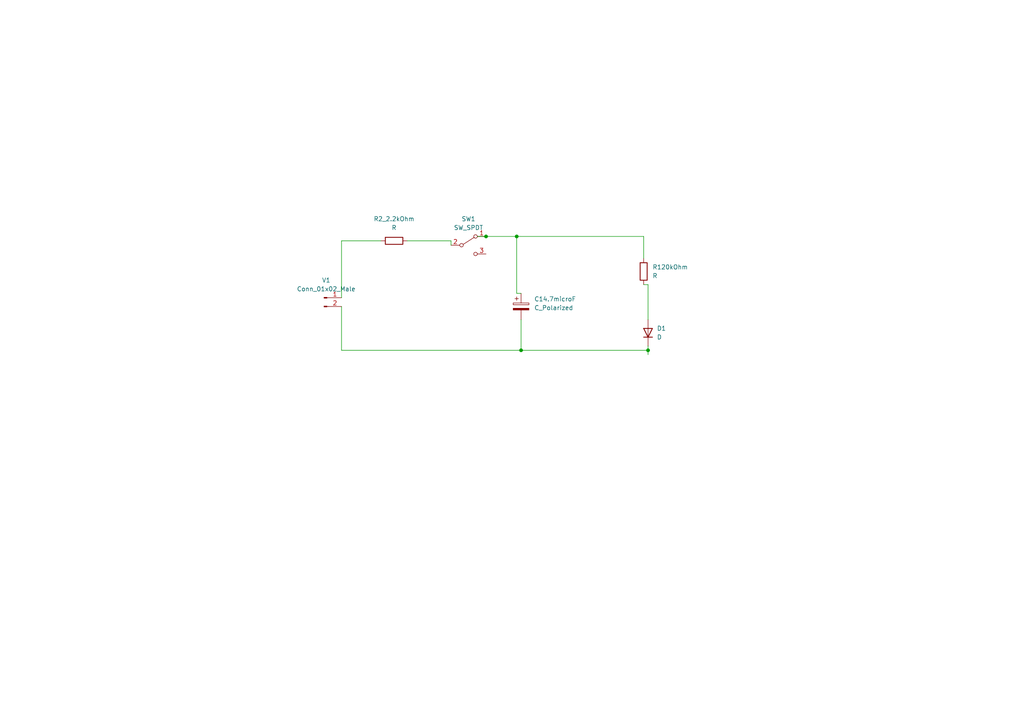
<source format=kicad_sch>
(kicad_sch (version 20211123) (generator eeschema)

  (uuid 1ce94f70-5b10-4f96-af8e-930a9944524d)

  (paper "A4")

  (lib_symbols
    (symbol "Connector:Conn_01x02_Male" (pin_names (offset 1.016) hide) (in_bom yes) (on_board yes)
      (property "Reference" "J" (id 0) (at 0 2.54 0)
        (effects (font (size 1.27 1.27)))
      )
      (property "Value" "Conn_01x02_Male" (id 1) (at 0 -5.08 0)
        (effects (font (size 1.27 1.27)))
      )
      (property "Footprint" "" (id 2) (at 0 0 0)
        (effects (font (size 1.27 1.27)) hide)
      )
      (property "Datasheet" "~" (id 3) (at 0 0 0)
        (effects (font (size 1.27 1.27)) hide)
      )
      (property "ki_keywords" "connector" (id 4) (at 0 0 0)
        (effects (font (size 1.27 1.27)) hide)
      )
      (property "ki_description" "Generic connector, single row, 01x02, script generated (kicad-library-utils/schlib/autogen/connector/)" (id 5) (at 0 0 0)
        (effects (font (size 1.27 1.27)) hide)
      )
      (property "ki_fp_filters" "Connector*:*_1x??_*" (id 6) (at 0 0 0)
        (effects (font (size 1.27 1.27)) hide)
      )
      (symbol "Conn_01x02_Male_1_1"
        (polyline
          (pts
            (xy 1.27 -2.54)
            (xy 0.8636 -2.54)
          )
          (stroke (width 0.1524) (type default) (color 0 0 0 0))
          (fill (type none))
        )
        (polyline
          (pts
            (xy 1.27 0)
            (xy 0.8636 0)
          )
          (stroke (width 0.1524) (type default) (color 0 0 0 0))
          (fill (type none))
        )
        (rectangle (start 0.8636 -2.413) (end 0 -2.667)
          (stroke (width 0.1524) (type default) (color 0 0 0 0))
          (fill (type outline))
        )
        (rectangle (start 0.8636 0.127) (end 0 -0.127)
          (stroke (width 0.1524) (type default) (color 0 0 0 0))
          (fill (type outline))
        )
        (pin passive line (at 5.08 0 180) (length 3.81)
          (name "Pin_1" (effects (font (size 1.27 1.27))))
          (number "1" (effects (font (size 1.27 1.27))))
        )
        (pin passive line (at 5.08 -2.54 180) (length 3.81)
          (name "Pin_2" (effects (font (size 1.27 1.27))))
          (number "2" (effects (font (size 1.27 1.27))))
        )
      )
    )
    (symbol "Device:C_Polarized" (pin_numbers hide) (pin_names (offset 0.254)) (in_bom yes) (on_board yes)
      (property "Reference" "C" (id 0) (at 0.635 2.54 0)
        (effects (font (size 1.27 1.27)) (justify left))
      )
      (property "Value" "C_Polarized" (id 1) (at 0.635 -2.54 0)
        (effects (font (size 1.27 1.27)) (justify left))
      )
      (property "Footprint" "" (id 2) (at 0.9652 -3.81 0)
        (effects (font (size 1.27 1.27)) hide)
      )
      (property "Datasheet" "~" (id 3) (at 0 0 0)
        (effects (font (size 1.27 1.27)) hide)
      )
      (property "ki_keywords" "cap capacitor" (id 4) (at 0 0 0)
        (effects (font (size 1.27 1.27)) hide)
      )
      (property "ki_description" "Polarized capacitor" (id 5) (at 0 0 0)
        (effects (font (size 1.27 1.27)) hide)
      )
      (property "ki_fp_filters" "CP_*" (id 6) (at 0 0 0)
        (effects (font (size 1.27 1.27)) hide)
      )
      (symbol "C_Polarized_0_1"
        (rectangle (start -2.286 0.508) (end 2.286 1.016)
          (stroke (width 0) (type default) (color 0 0 0 0))
          (fill (type none))
        )
        (polyline
          (pts
            (xy -1.778 2.286)
            (xy -0.762 2.286)
          )
          (stroke (width 0) (type default) (color 0 0 0 0))
          (fill (type none))
        )
        (polyline
          (pts
            (xy -1.27 2.794)
            (xy -1.27 1.778)
          )
          (stroke (width 0) (type default) (color 0 0 0 0))
          (fill (type none))
        )
        (rectangle (start 2.286 -0.508) (end -2.286 -1.016)
          (stroke (width 0) (type default) (color 0 0 0 0))
          (fill (type outline))
        )
      )
      (symbol "C_Polarized_1_1"
        (pin passive line (at 0 3.81 270) (length 2.794)
          (name "~" (effects (font (size 1.27 1.27))))
          (number "1" (effects (font (size 1.27 1.27))))
        )
        (pin passive line (at 0 -3.81 90) (length 2.794)
          (name "~" (effects (font (size 1.27 1.27))))
          (number "2" (effects (font (size 1.27 1.27))))
        )
      )
    )
    (symbol "Device:D" (pin_numbers hide) (pin_names (offset 1.016) hide) (in_bom yes) (on_board yes)
      (property "Reference" "D" (id 0) (at 0 2.54 0)
        (effects (font (size 1.27 1.27)))
      )
      (property "Value" "D" (id 1) (at 0 -2.54 0)
        (effects (font (size 1.27 1.27)))
      )
      (property "Footprint" "" (id 2) (at 0 0 0)
        (effects (font (size 1.27 1.27)) hide)
      )
      (property "Datasheet" "~" (id 3) (at 0 0 0)
        (effects (font (size 1.27 1.27)) hide)
      )
      (property "ki_keywords" "diode" (id 4) (at 0 0 0)
        (effects (font (size 1.27 1.27)) hide)
      )
      (property "ki_description" "Diode" (id 5) (at 0 0 0)
        (effects (font (size 1.27 1.27)) hide)
      )
      (property "ki_fp_filters" "TO-???* *_Diode_* *SingleDiode* D_*" (id 6) (at 0 0 0)
        (effects (font (size 1.27 1.27)) hide)
      )
      (symbol "D_0_1"
        (polyline
          (pts
            (xy -1.27 1.27)
            (xy -1.27 -1.27)
          )
          (stroke (width 0.254) (type default) (color 0 0 0 0))
          (fill (type none))
        )
        (polyline
          (pts
            (xy 1.27 0)
            (xy -1.27 0)
          )
          (stroke (width 0) (type default) (color 0 0 0 0))
          (fill (type none))
        )
        (polyline
          (pts
            (xy 1.27 1.27)
            (xy 1.27 -1.27)
            (xy -1.27 0)
            (xy 1.27 1.27)
          )
          (stroke (width 0.254) (type default) (color 0 0 0 0))
          (fill (type none))
        )
      )
      (symbol "D_1_1"
        (pin passive line (at -3.81 0 0) (length 2.54)
          (name "K" (effects (font (size 1.27 1.27))))
          (number "1" (effects (font (size 1.27 1.27))))
        )
        (pin passive line (at 3.81 0 180) (length 2.54)
          (name "A" (effects (font (size 1.27 1.27))))
          (number "2" (effects (font (size 1.27 1.27))))
        )
      )
    )
    (symbol "Device:R" (pin_numbers hide) (pin_names (offset 0)) (in_bom yes) (on_board yes)
      (property "Reference" "R" (id 0) (at 2.032 0 90)
        (effects (font (size 1.27 1.27)))
      )
      (property "Value" "R" (id 1) (at 0 0 90)
        (effects (font (size 1.27 1.27)))
      )
      (property "Footprint" "" (id 2) (at -1.778 0 90)
        (effects (font (size 1.27 1.27)) hide)
      )
      (property "Datasheet" "~" (id 3) (at 0 0 0)
        (effects (font (size 1.27 1.27)) hide)
      )
      (property "ki_keywords" "R res resistor" (id 4) (at 0 0 0)
        (effects (font (size 1.27 1.27)) hide)
      )
      (property "ki_description" "Resistor" (id 5) (at 0 0 0)
        (effects (font (size 1.27 1.27)) hide)
      )
      (property "ki_fp_filters" "R_*" (id 6) (at 0 0 0)
        (effects (font (size 1.27 1.27)) hide)
      )
      (symbol "R_0_1"
        (rectangle (start -1.016 -2.54) (end 1.016 2.54)
          (stroke (width 0.254) (type default) (color 0 0 0 0))
          (fill (type none))
        )
      )
      (symbol "R_1_1"
        (pin passive line (at 0 3.81 270) (length 1.27)
          (name "~" (effects (font (size 1.27 1.27))))
          (number "1" (effects (font (size 1.27 1.27))))
        )
        (pin passive line (at 0 -3.81 90) (length 1.27)
          (name "~" (effects (font (size 1.27 1.27))))
          (number "2" (effects (font (size 1.27 1.27))))
        )
      )
    )
    (symbol "Switch:SW_SPDT" (pin_names (offset 0) hide) (in_bom yes) (on_board yes)
      (property "Reference" "SW" (id 0) (at 0 4.318 0)
        (effects (font (size 1.27 1.27)))
      )
      (property "Value" "SW_SPDT" (id 1) (at 0 -5.08 0)
        (effects (font (size 1.27 1.27)))
      )
      (property "Footprint" "" (id 2) (at 0 0 0)
        (effects (font (size 1.27 1.27)) hide)
      )
      (property "Datasheet" "~" (id 3) (at 0 0 0)
        (effects (font (size 1.27 1.27)) hide)
      )
      (property "ki_keywords" "switch single-pole double-throw spdt ON-ON" (id 4) (at 0 0 0)
        (effects (font (size 1.27 1.27)) hide)
      )
      (property "ki_description" "Switch, single pole double throw" (id 5) (at 0 0 0)
        (effects (font (size 1.27 1.27)) hide)
      )
      (symbol "SW_SPDT_0_0"
        (circle (center -2.032 0) (radius 0.508)
          (stroke (width 0) (type default) (color 0 0 0 0))
          (fill (type none))
        )
        (circle (center 2.032 -2.54) (radius 0.508)
          (stroke (width 0) (type default) (color 0 0 0 0))
          (fill (type none))
        )
      )
      (symbol "SW_SPDT_0_1"
        (polyline
          (pts
            (xy -1.524 0.254)
            (xy 1.651 2.286)
          )
          (stroke (width 0) (type default) (color 0 0 0 0))
          (fill (type none))
        )
        (circle (center 2.032 2.54) (radius 0.508)
          (stroke (width 0) (type default) (color 0 0 0 0))
          (fill (type none))
        )
      )
      (symbol "SW_SPDT_1_1"
        (pin passive line (at 5.08 2.54 180) (length 2.54)
          (name "A" (effects (font (size 1.27 1.27))))
          (number "1" (effects (font (size 1.27 1.27))))
        )
        (pin passive line (at -5.08 0 0) (length 2.54)
          (name "B" (effects (font (size 1.27 1.27))))
          (number "2" (effects (font (size 1.27 1.27))))
        )
        (pin passive line (at 5.08 -2.54 180) (length 2.54)
          (name "C" (effects (font (size 1.27 1.27))))
          (number "3" (effects (font (size 1.27 1.27))))
        )
      )
    )
  )

  (junction (at 140.97 68.58) (diameter 0) (color 0 0 0 0)
    (uuid 319f0cc6-1729-4c1f-9fc1-c4a6471e36e6)
  )
  (junction (at 151.13 101.6) (diameter 0) (color 0 0 0 0)
    (uuid 50bfe075-5511-40ca-9a01-c5d2a7cd7eda)
  )
  (junction (at 187.96 101.6) (diameter 0) (color 0 0 0 0)
    (uuid 7aec4a94-a071-4fc7-9306-7b44a663be6a)
  )
  (junction (at 149.86 68.58) (diameter 0) (color 0 0 0 0)
    (uuid b897e7e6-e8d1-4cab-bf3b-c8d3a24fbb14)
  )

  (wire (pts (xy 99.06 69.85) (xy 99.06 86.36))
    (stroke (width 0) (type default) (color 0 0 0 0))
    (uuid 070f8995-37f1-4df9-84ed-c17d17dacefa)
  )
  (wire (pts (xy 187.96 101.6) (xy 187.96 102.87))
    (stroke (width 0) (type default) (color 0 0 0 0))
    (uuid 0a1a21d6-e780-4d8d-86e6-cd829cf78b8d)
  )
  (wire (pts (xy 149.86 85.09) (xy 151.13 85.09))
    (stroke (width 0) (type default) (color 0 0 0 0))
    (uuid 4959f6e0-a7db-4368-b20b-878904ca4734)
  )
  (wire (pts (xy 138.43 68.58) (xy 140.97 68.58))
    (stroke (width 0) (type default) (color 0 0 0 0))
    (uuid 4b51533e-819e-41a1-a44f-ad1699706a16)
  )
  (wire (pts (xy 186.69 82.55) (xy 187.96 82.55))
    (stroke (width 0) (type default) (color 0 0 0 0))
    (uuid 5124bb6e-638e-4a9f-8097-b219b140d41d)
  )
  (wire (pts (xy 149.86 68.58) (xy 149.86 85.09))
    (stroke (width 0) (type default) (color 0 0 0 0))
    (uuid 5972d111-9c74-496b-9cf0-e903ddbe2cf4)
  )
  (wire (pts (xy 130.81 69.85) (xy 130.81 71.12))
    (stroke (width 0) (type default) (color 0 0 0 0))
    (uuid 6cb43999-893a-44b7-b377-2d0a9662b4c0)
  )
  (wire (pts (xy 149.86 68.58) (xy 186.69 68.58))
    (stroke (width 0) (type default) (color 0 0 0 0))
    (uuid 8eb28da4-ef8b-4963-a3ba-de69965df9a0)
  )
  (wire (pts (xy 99.06 88.9) (xy 99.06 101.6))
    (stroke (width 0) (type default) (color 0 0 0 0))
    (uuid 94ab6109-4915-4aa7-90e8-2263d68c2a7c)
  )
  (wire (pts (xy 140.97 68.58) (xy 149.86 68.58))
    (stroke (width 0) (type default) (color 0 0 0 0))
    (uuid 989e91cb-f9fa-4a7c-bbe7-6ac858acd4d7)
  )
  (wire (pts (xy 151.13 101.6) (xy 187.96 101.6))
    (stroke (width 0) (type default) (color 0 0 0 0))
    (uuid b01fba09-6639-45a3-9ad4-41a89e0ea9f5)
  )
  (wire (pts (xy 99.06 101.6) (xy 151.13 101.6))
    (stroke (width 0) (type default) (color 0 0 0 0))
    (uuid b778092f-8a99-47f8-805b-bcf03226c3c7)
  )
  (wire (pts (xy 187.96 100.33) (xy 187.96 101.6))
    (stroke (width 0) (type default) (color 0 0 0 0))
    (uuid c4ee7559-4526-4807-af3d-3fadff24cb14)
  )
  (wire (pts (xy 118.11 69.85) (xy 130.81 69.85))
    (stroke (width 0) (type default) (color 0 0 0 0))
    (uuid c746b486-37a2-4624-aec6-37865243bde7)
  )
  (wire (pts (xy 151.13 92.71) (xy 151.13 101.6))
    (stroke (width 0) (type default) (color 0 0 0 0))
    (uuid c8e04178-1b15-4166-8177-488a617eadfa)
  )
  (wire (pts (xy 186.69 68.58) (xy 186.69 74.93))
    (stroke (width 0) (type default) (color 0 0 0 0))
    (uuid dd80930f-2e23-4cc5-bcb3-1fd67bf5deb3)
  )
  (wire (pts (xy 187.96 82.55) (xy 187.96 92.71))
    (stroke (width 0) (type default) (color 0 0 0 0))
    (uuid e8f311dc-8997-4ac4-9cd5-5488aa1dc090)
  )
  (wire (pts (xy 110.49 69.85) (xy 99.06 69.85))
    (stroke (width 0) (type default) (color 0 0 0 0))
    (uuid ef1c1eac-e8f6-473e-8f1c-fcc4a8a49c1a)
  )

  (symbol (lib_id "Device:D") (at 187.96 96.52 90) (unit 1)
    (in_bom yes) (on_board yes) (fields_autoplaced)
    (uuid 02597c61-8b88-4731-bc52-ba42d718b34a)
    (property "Reference" "D1" (id 0) (at 190.5 95.2499 90)
      (effects (font (size 1.27 1.27)) (justify right))
    )
    (property "Value" "D" (id 1) (at 190.5 97.7899 90)
      (effects (font (size 1.27 1.27)) (justify right))
    )
    (property "Footprint" "" (id 2) (at 187.96 96.52 0)
      (effects (font (size 1.27 1.27)) hide)
    )
    (property "Datasheet" "~" (id 3) (at 187.96 96.52 0)
      (effects (font (size 1.27 1.27)) hide)
    )
    (pin "1" (uuid 100c89c7-5ae1-457e-b826-a516e5ae54c0))
    (pin "2" (uuid 49b74d9f-fcdd-4683-a32c-11dde0dd2d9a))
  )

  (symbol (lib_id "Device:R") (at 186.69 78.74 0) (unit 1)
    (in_bom yes) (on_board yes) (fields_autoplaced)
    (uuid 091c27a8-9458-428a-94f9-4ac6b2e0abb0)
    (property "Reference" "R120kOhm" (id 0) (at 189.23 77.4699 0)
      (effects (font (size 1.27 1.27)) (justify left))
    )
    (property "Value" "R" (id 1) (at 189.23 80.0099 0)
      (effects (font (size 1.27 1.27)) (justify left))
    )
    (property "Footprint" "" (id 2) (at 184.912 78.74 90)
      (effects (font (size 1.27 1.27)) hide)
    )
    (property "Datasheet" "~" (id 3) (at 186.69 78.74 0)
      (effects (font (size 1.27 1.27)) hide)
    )
    (pin "1" (uuid 3e967d42-33f3-4a54-bb0a-b79e445ee9d5))
    (pin "2" (uuid c780c645-7904-4261-a117-43841d36d1b1))
  )

  (symbol (lib_id "Device:R") (at 114.3 69.85 270) (unit 1)
    (in_bom yes) (on_board yes) (fields_autoplaced)
    (uuid 34552c03-e455-4108-adfc-a14b20cab7e8)
    (property "Reference" "R2_2.2kOhm" (id 0) (at 114.3 63.5 90))
    (property "Value" "R" (id 1) (at 114.3 66.04 90))
    (property "Footprint" "" (id 2) (at 114.3 68.072 90)
      (effects (font (size 1.27 1.27)) hide)
    )
    (property "Datasheet" "~" (id 3) (at 114.3 69.85 0)
      (effects (font (size 1.27 1.27)) hide)
    )
    (pin "1" (uuid 17a05c69-9ad7-404e-b3de-3ea3026dafb8))
    (pin "2" (uuid ae688457-ae96-4402-b79c-e2ff07824fad))
  )

  (symbol (lib_id "Switch:SW_SPDT") (at 135.89 71.12 0) (unit 1)
    (in_bom yes) (on_board yes) (fields_autoplaced)
    (uuid 66d4657f-ba11-4307-b993-ecb22e66a67a)
    (property "Reference" "SW1" (id 0) (at 135.89 63.5 0))
    (property "Value" "SW_SPDT" (id 1) (at 135.89 66.04 0))
    (property "Footprint" "" (id 2) (at 135.89 71.12 0)
      (effects (font (size 1.27 1.27)) hide)
    )
    (property "Datasheet" "~" (id 3) (at 135.89 71.12 0)
      (effects (font (size 1.27 1.27)) hide)
    )
    (pin "1" (uuid a27666de-315b-418c-b998-ab326669f7f6))
    (pin "2" (uuid 4ff326cd-42dd-4eda-babc-67d905c36958))
    (pin "3" (uuid 7eccc87f-540b-4082-8c41-4ac3b9e5f265))
  )

  (symbol (lib_id "Device:C_Polarized") (at 151.13 88.9 0) (unit 1)
    (in_bom yes) (on_board yes) (fields_autoplaced)
    (uuid c1e3e629-6cd5-4e51-aa20-47b17a55462d)
    (property "Reference" "C14.7microF" (id 0) (at 154.94 86.7409 0)
      (effects (font (size 1.27 1.27)) (justify left))
    )
    (property "Value" "C_Polarized" (id 1) (at 154.94 89.2809 0)
      (effects (font (size 1.27 1.27)) (justify left))
    )
    (property "Footprint" "" (id 2) (at 152.0952 92.71 0)
      (effects (font (size 1.27 1.27)) hide)
    )
    (property "Datasheet" "~" (id 3) (at 151.13 88.9 0)
      (effects (font (size 1.27 1.27)) hide)
    )
    (pin "1" (uuid 733e1dbc-81d2-45de-a355-632f8be8beed))
    (pin "2" (uuid e0b30528-981a-4440-9f69-ef21c791fba7))
  )

  (symbol (lib_id "Connector:Conn_01x02_Male") (at 93.98 86.36 0) (unit 1)
    (in_bom yes) (on_board yes) (fields_autoplaced)
    (uuid d7a2fb02-5324-430a-8c91-3e262e8c4e40)
    (property "Reference" "V1" (id 0) (at 94.615 81.28 0))
    (property "Value" "Conn_01x02_Male" (id 1) (at 94.615 83.82 0))
    (property "Footprint" "" (id 2) (at 93.98 86.36 0)
      (effects (font (size 1.27 1.27)) hide)
    )
    (property "Datasheet" "~" (id 3) (at 93.98 86.36 0)
      (effects (font (size 1.27 1.27)) hide)
    )
    (pin "1" (uuid c36fc15d-d3e5-4cf5-94e1-dcfb21d4ecdd))
    (pin "2" (uuid 109f77a9-6612-4a7d-9ba8-ddef85016330))
  )

  (sheet_instances
    (path "/" (page "1"))
  )

  (symbol_instances
    (path "/c1e3e629-6cd5-4e51-aa20-47b17a55462d"
      (reference "C14.7microF") (unit 1) (value "C_Polarized") (footprint "")
    )
    (path "/02597c61-8b88-4731-bc52-ba42d718b34a"
      (reference "D1") (unit 1) (value "D") (footprint "")
    )
    (path "/34552c03-e455-4108-adfc-a14b20cab7e8"
      (reference "R2_2.2kOhm") (unit 1) (value "R") (footprint "")
    )
    (path "/091c27a8-9458-428a-94f9-4ac6b2e0abb0"
      (reference "R120kOhm") (unit 1) (value "R") (footprint "")
    )
    (path "/66d4657f-ba11-4307-b993-ecb22e66a67a"
      (reference "SW1") (unit 1) (value "SW_SPDT") (footprint "")
    )
    (path "/d7a2fb02-5324-430a-8c91-3e262e8c4e40"
      (reference "V1") (unit 1) (value "Conn_01x02_Male") (footprint "")
    )
  )
)

</source>
